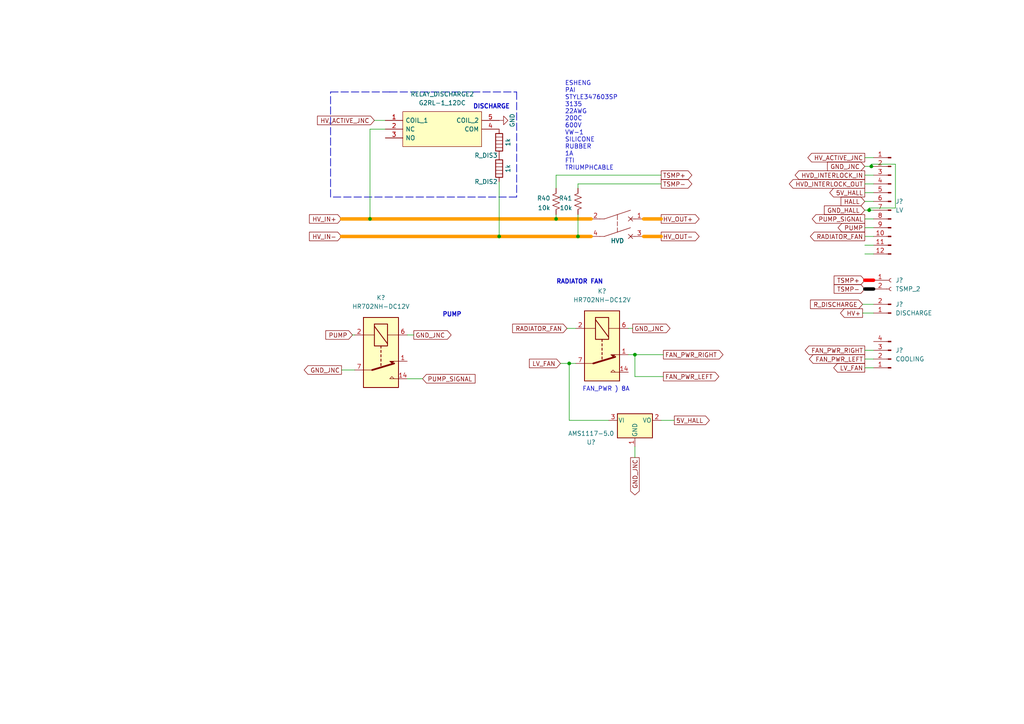
<source format=kicad_sch>
(kicad_sch (version 20211123) (generator eeschema)

  (uuid 7c790b85-3190-4d10-8ca5-7cfa6716b333)

  (paper "A4")

  (lib_symbols
    (symbol "Connector:Conn_01x02_Female" (pin_names (offset 1.016) hide) (in_bom yes) (on_board yes)
      (property "Reference" "J" (id 0) (at 0 2.54 0)
        (effects (font (size 1.27 1.27)))
      )
      (property "Value" "Conn_01x02_Female" (id 1) (at 0 -5.08 0)
        (effects (font (size 1.27 1.27)))
      )
      (property "Footprint" "" (id 2) (at 0 0 0)
        (effects (font (size 1.27 1.27)) hide)
      )
      (property "Datasheet" "~" (id 3) (at 0 0 0)
        (effects (font (size 1.27 1.27)) hide)
      )
      (property "ki_keywords" "connector" (id 4) (at 0 0 0)
        (effects (font (size 1.27 1.27)) hide)
      )
      (property "ki_description" "Generic connector, single row, 01x02, script generated (kicad-library-utils/schlib/autogen/connector/)" (id 5) (at 0 0 0)
        (effects (font (size 1.27 1.27)) hide)
      )
      (property "ki_fp_filters" "Connector*:*_1x??_*" (id 6) (at 0 0 0)
        (effects (font (size 1.27 1.27)) hide)
      )
      (symbol "Conn_01x02_Female_1_1"
        (arc (start 0 -2.032) (mid -0.508 -2.54) (end 0 -3.048)
          (stroke (width 0.1524) (type default) (color 0 0 0 0))
          (fill (type none))
        )
        (polyline
          (pts
            (xy -1.27 -2.54)
            (xy -0.508 -2.54)
          )
          (stroke (width 0.1524) (type default) (color 0 0 0 0))
          (fill (type none))
        )
        (polyline
          (pts
            (xy -1.27 0)
            (xy -0.508 0)
          )
          (stroke (width 0.1524) (type default) (color 0 0 0 0))
          (fill (type none))
        )
        (arc (start 0 0.508) (mid -0.508 0) (end 0 -0.508)
          (stroke (width 0.1524) (type default) (color 0 0 0 0))
          (fill (type none))
        )
        (pin passive line (at -5.08 0 0) (length 3.81)
          (name "Pin_1" (effects (font (size 1.27 1.27))))
          (number "1" (effects (font (size 1.27 1.27))))
        )
        (pin passive line (at -5.08 -2.54 0) (length 3.81)
          (name "Pin_2" (effects (font (size 1.27 1.27))))
          (number "2" (effects (font (size 1.27 1.27))))
        )
      )
    )
    (symbol "Connector:Conn_01x02_Male" (pin_names (offset 1.016) hide) (in_bom yes) (on_board yes)
      (property "Reference" "J" (id 0) (at 0 2.54 0)
        (effects (font (size 1.27 1.27)))
      )
      (property "Value" "Conn_01x02_Male" (id 1) (at 0 -5.08 0)
        (effects (font (size 1.27 1.27)))
      )
      (property "Footprint" "" (id 2) (at 0 0 0)
        (effects (font (size 1.27 1.27)) hide)
      )
      (property "Datasheet" "~" (id 3) (at 0 0 0)
        (effects (font (size 1.27 1.27)) hide)
      )
      (property "ki_keywords" "connector" (id 4) (at 0 0 0)
        (effects (font (size 1.27 1.27)) hide)
      )
      (property "ki_description" "Generic connector, single row, 01x02, script generated (kicad-library-utils/schlib/autogen/connector/)" (id 5) (at 0 0 0)
        (effects (font (size 1.27 1.27)) hide)
      )
      (property "ki_fp_filters" "Connector*:*_1x??_*" (id 6) (at 0 0 0)
        (effects (font (size 1.27 1.27)) hide)
      )
      (symbol "Conn_01x02_Male_1_1"
        (polyline
          (pts
            (xy 1.27 -2.54)
            (xy 0.8636 -2.54)
          )
          (stroke (width 0.1524) (type default) (color 0 0 0 0))
          (fill (type none))
        )
        (polyline
          (pts
            (xy 1.27 0)
            (xy 0.8636 0)
          )
          (stroke (width 0.1524) (type default) (color 0 0 0 0))
          (fill (type none))
        )
        (rectangle (start 0.8636 -2.413) (end 0 -2.667)
          (stroke (width 0.1524) (type default) (color 0 0 0 0))
          (fill (type outline))
        )
        (rectangle (start 0.8636 0.127) (end 0 -0.127)
          (stroke (width 0.1524) (type default) (color 0 0 0 0))
          (fill (type outline))
        )
        (pin passive line (at 5.08 0 180) (length 3.81)
          (name "Pin_1" (effects (font (size 1.27 1.27))))
          (number "1" (effects (font (size 1.27 1.27))))
        )
        (pin passive line (at 5.08 -2.54 180) (length 3.81)
          (name "Pin_2" (effects (font (size 1.27 1.27))))
          (number "2" (effects (font (size 1.27 1.27))))
        )
      )
    )
    (symbol "Connector:Conn_01x04_Male" (pin_names (offset 1.016) hide) (in_bom yes) (on_board yes)
      (property "Reference" "J" (id 0) (at 0 5.08 0)
        (effects (font (size 1.27 1.27)))
      )
      (property "Value" "Conn_01x04_Male" (id 1) (at 0 -7.62 0)
        (effects (font (size 1.27 1.27)))
      )
      (property "Footprint" "" (id 2) (at 0 0 0)
        (effects (font (size 1.27 1.27)) hide)
      )
      (property "Datasheet" "~" (id 3) (at 0 0 0)
        (effects (font (size 1.27 1.27)) hide)
      )
      (property "ki_keywords" "connector" (id 4) (at 0 0 0)
        (effects (font (size 1.27 1.27)) hide)
      )
      (property "ki_description" "Generic connector, single row, 01x04, script generated (kicad-library-utils/schlib/autogen/connector/)" (id 5) (at 0 0 0)
        (effects (font (size 1.27 1.27)) hide)
      )
      (property "ki_fp_filters" "Connector*:*_1x??_*" (id 6) (at 0 0 0)
        (effects (font (size 1.27 1.27)) hide)
      )
      (symbol "Conn_01x04_Male_1_1"
        (polyline
          (pts
            (xy 1.27 -5.08)
            (xy 0.8636 -5.08)
          )
          (stroke (width 0.1524) (type default) (color 0 0 0 0))
          (fill (type none))
        )
        (polyline
          (pts
            (xy 1.27 -2.54)
            (xy 0.8636 -2.54)
          )
          (stroke (width 0.1524) (type default) (color 0 0 0 0))
          (fill (type none))
        )
        (polyline
          (pts
            (xy 1.27 0)
            (xy 0.8636 0)
          )
          (stroke (width 0.1524) (type default) (color 0 0 0 0))
          (fill (type none))
        )
        (polyline
          (pts
            (xy 1.27 2.54)
            (xy 0.8636 2.54)
          )
          (stroke (width 0.1524) (type default) (color 0 0 0 0))
          (fill (type none))
        )
        (rectangle (start 0.8636 -4.953) (end 0 -5.207)
          (stroke (width 0.1524) (type default) (color 0 0 0 0))
          (fill (type outline))
        )
        (rectangle (start 0.8636 -2.413) (end 0 -2.667)
          (stroke (width 0.1524) (type default) (color 0 0 0 0))
          (fill (type outline))
        )
        (rectangle (start 0.8636 0.127) (end 0 -0.127)
          (stroke (width 0.1524) (type default) (color 0 0 0 0))
          (fill (type outline))
        )
        (rectangle (start 0.8636 2.667) (end 0 2.413)
          (stroke (width 0.1524) (type default) (color 0 0 0 0))
          (fill (type outline))
        )
        (pin passive line (at 5.08 2.54 180) (length 3.81)
          (name "Pin_1" (effects (font (size 1.27 1.27))))
          (number "1" (effects (font (size 1.27 1.27))))
        )
        (pin passive line (at 5.08 0 180) (length 3.81)
          (name "Pin_2" (effects (font (size 1.27 1.27))))
          (number "2" (effects (font (size 1.27 1.27))))
        )
        (pin passive line (at 5.08 -2.54 180) (length 3.81)
          (name "Pin_3" (effects (font (size 1.27 1.27))))
          (number "3" (effects (font (size 1.27 1.27))))
        )
        (pin passive line (at 5.08 -5.08 180) (length 3.81)
          (name "Pin_4" (effects (font (size 1.27 1.27))))
          (number "4" (effects (font (size 1.27 1.27))))
        )
      )
    )
    (symbol "Connector:Conn_01x12_Male" (pin_names (offset 1.016) hide) (in_bom yes) (on_board yes)
      (property "Reference" "J" (id 0) (at 0 15.24 0)
        (effects (font (size 1.27 1.27)))
      )
      (property "Value" "Conn_01x12_Male" (id 1) (at 0 -17.78 0)
        (effects (font (size 1.27 1.27)))
      )
      (property "Footprint" "" (id 2) (at 0 0 0)
        (effects (font (size 1.27 1.27)) hide)
      )
      (property "Datasheet" "~" (id 3) (at 0 0 0)
        (effects (font (size 1.27 1.27)) hide)
      )
      (property "ki_keywords" "connector" (id 4) (at 0 0 0)
        (effects (font (size 1.27 1.27)) hide)
      )
      (property "ki_description" "Generic connector, single row, 01x12, script generated (kicad-library-utils/schlib/autogen/connector/)" (id 5) (at 0 0 0)
        (effects (font (size 1.27 1.27)) hide)
      )
      (property "ki_fp_filters" "Connector*:*_1x??_*" (id 6) (at 0 0 0)
        (effects (font (size 1.27 1.27)) hide)
      )
      (symbol "Conn_01x12_Male_1_1"
        (polyline
          (pts
            (xy 1.27 -15.24)
            (xy 0.8636 -15.24)
          )
          (stroke (width 0.1524) (type default) (color 0 0 0 0))
          (fill (type none))
        )
        (polyline
          (pts
            (xy 1.27 -12.7)
            (xy 0.8636 -12.7)
          )
          (stroke (width 0.1524) (type default) (color 0 0 0 0))
          (fill (type none))
        )
        (polyline
          (pts
            (xy 1.27 -10.16)
            (xy 0.8636 -10.16)
          )
          (stroke (width 0.1524) (type default) (color 0 0 0 0))
          (fill (type none))
        )
        (polyline
          (pts
            (xy 1.27 -7.62)
            (xy 0.8636 -7.62)
          )
          (stroke (width 0.1524) (type default) (color 0 0 0 0))
          (fill (type none))
        )
        (polyline
          (pts
            (xy 1.27 -5.08)
            (xy 0.8636 -5.08)
          )
          (stroke (width 0.1524) (type default) (color 0 0 0 0))
          (fill (type none))
        )
        (polyline
          (pts
            (xy 1.27 -2.54)
            (xy 0.8636 -2.54)
          )
          (stroke (width 0.1524) (type default) (color 0 0 0 0))
          (fill (type none))
        )
        (polyline
          (pts
            (xy 1.27 0)
            (xy 0.8636 0)
          )
          (stroke (width 0.1524) (type default) (color 0 0 0 0))
          (fill (type none))
        )
        (polyline
          (pts
            (xy 1.27 2.54)
            (xy 0.8636 2.54)
          )
          (stroke (width 0.1524) (type default) (color 0 0 0 0))
          (fill (type none))
        )
        (polyline
          (pts
            (xy 1.27 5.08)
            (xy 0.8636 5.08)
          )
          (stroke (width 0.1524) (type default) (color 0 0 0 0))
          (fill (type none))
        )
        (polyline
          (pts
            (xy 1.27 7.62)
            (xy 0.8636 7.62)
          )
          (stroke (width 0.1524) (type default) (color 0 0 0 0))
          (fill (type none))
        )
        (polyline
          (pts
            (xy 1.27 10.16)
            (xy 0.8636 10.16)
          )
          (stroke (width 0.1524) (type default) (color 0 0 0 0))
          (fill (type none))
        )
        (polyline
          (pts
            (xy 1.27 12.7)
            (xy 0.8636 12.7)
          )
          (stroke (width 0.1524) (type default) (color 0 0 0 0))
          (fill (type none))
        )
        (rectangle (start 0.8636 -15.113) (end 0 -15.367)
          (stroke (width 0.1524) (type default) (color 0 0 0 0))
          (fill (type outline))
        )
        (rectangle (start 0.8636 -12.573) (end 0 -12.827)
          (stroke (width 0.1524) (type default) (color 0 0 0 0))
          (fill (type outline))
        )
        (rectangle (start 0.8636 -10.033) (end 0 -10.287)
          (stroke (width 0.1524) (type default) (color 0 0 0 0))
          (fill (type outline))
        )
        (rectangle (start 0.8636 -7.493) (end 0 -7.747)
          (stroke (width 0.1524) (type default) (color 0 0 0 0))
          (fill (type outline))
        )
        (rectangle (start 0.8636 -4.953) (end 0 -5.207)
          (stroke (width 0.1524) (type default) (color 0 0 0 0))
          (fill (type outline))
        )
        (rectangle (start 0.8636 -2.413) (end 0 -2.667)
          (stroke (width 0.1524) (type default) (color 0 0 0 0))
          (fill (type outline))
        )
        (rectangle (start 0.8636 0.127) (end 0 -0.127)
          (stroke (width 0.1524) (type default) (color 0 0 0 0))
          (fill (type outline))
        )
        (rectangle (start 0.8636 2.667) (end 0 2.413)
          (stroke (width 0.1524) (type default) (color 0 0 0 0))
          (fill (type outline))
        )
        (rectangle (start 0.8636 5.207) (end 0 4.953)
          (stroke (width 0.1524) (type default) (color 0 0 0 0))
          (fill (type outline))
        )
        (rectangle (start 0.8636 7.747) (end 0 7.493)
          (stroke (width 0.1524) (type default) (color 0 0 0 0))
          (fill (type outline))
        )
        (rectangle (start 0.8636 10.287) (end 0 10.033)
          (stroke (width 0.1524) (type default) (color 0 0 0 0))
          (fill (type outline))
        )
        (rectangle (start 0.8636 12.827) (end 0 12.573)
          (stroke (width 0.1524) (type default) (color 0 0 0 0))
          (fill (type outline))
        )
        (pin passive line (at 5.08 12.7 180) (length 3.81)
          (name "Pin_1" (effects (font (size 1.27 1.27))))
          (number "1" (effects (font (size 1.27 1.27))))
        )
        (pin passive line (at 5.08 -10.16 180) (length 3.81)
          (name "Pin_10" (effects (font (size 1.27 1.27))))
          (number "10" (effects (font (size 1.27 1.27))))
        )
        (pin passive line (at 5.08 -12.7 180) (length 3.81)
          (name "Pin_11" (effects (font (size 1.27 1.27))))
          (number "11" (effects (font (size 1.27 1.27))))
        )
        (pin passive line (at 5.08 -15.24 180) (length 3.81)
          (name "Pin_12" (effects (font (size 1.27 1.27))))
          (number "12" (effects (font (size 1.27 1.27))))
        )
        (pin passive line (at 5.08 10.16 180) (length 3.81)
          (name "Pin_2" (effects (font (size 1.27 1.27))))
          (number "2" (effects (font (size 1.27 1.27))))
        )
        (pin passive line (at 5.08 7.62 180) (length 3.81)
          (name "Pin_3" (effects (font (size 1.27 1.27))))
          (number "3" (effects (font (size 1.27 1.27))))
        )
        (pin passive line (at 5.08 5.08 180) (length 3.81)
          (name "Pin_4" (effects (font (size 1.27 1.27))))
          (number "4" (effects (font (size 1.27 1.27))))
        )
        (pin passive line (at 5.08 2.54 180) (length 3.81)
          (name "Pin_5" (effects (font (size 1.27 1.27))))
          (number "5" (effects (font (size 1.27 1.27))))
        )
        (pin passive line (at 5.08 0 180) (length 3.81)
          (name "Pin_6" (effects (font (size 1.27 1.27))))
          (number "6" (effects (font (size 1.27 1.27))))
        )
        (pin passive line (at 5.08 -2.54 180) (length 3.81)
          (name "Pin_7" (effects (font (size 1.27 1.27))))
          (number "7" (effects (font (size 1.27 1.27))))
        )
        (pin passive line (at 5.08 -5.08 180) (length 3.81)
          (name "Pin_8" (effects (font (size 1.27 1.27))))
          (number "8" (effects (font (size 1.27 1.27))))
        )
        (pin passive line (at 5.08 -7.62 180) (length 3.81)
          (name "Pin_9" (effects (font (size 1.27 1.27))))
          (number "9" (effects (font (size 1.27 1.27))))
        )
      )
    )
    (symbol "Device:CircuitBreaker_2P" (in_bom yes) (on_board yes)
      (property "Reference" "CB" (id 0) (at 3.81 0 0)
        (effects (font (size 1.27 1.27)) (justify left))
      )
      (property "Value" "CircuitBreaker_2P" (id 1) (at 3.81 2.54 0)
        (effects (font (size 1.27 1.27)) (justify left))
      )
      (property "Footprint" "" (id 2) (at -2.54 0 0)
        (effects (font (size 1.27 1.27)) hide)
      )
      (property "Datasheet" "~" (id 3) (at -2.54 0 0)
        (effects (font (size 1.27 1.27)) hide)
      )
      (property "ki_keywords" "CB 2P" (id 4) (at 0 0 0)
        (effects (font (size 1.27 1.27)) hide)
      )
      (property "ki_description" "Double pole circuit breaker" (id 5) (at 0 0 0)
        (effects (font (size 1.27 1.27)) hide)
      )
      (symbol "CircuitBreaker_2P_0_1"
        (polyline
          (pts
            (xy -3.81 0)
            (xy -2.286 0)
          )
          (stroke (width 0) (type default) (color 0 0 0 0))
          (fill (type none))
        )
        (polyline
          (pts
            (xy -2.54 -3.81)
            (xy -5.08 3.81)
          )
          (stroke (width 0) (type default) (color 0 0 0 0))
          (fill (type none))
        )
        (polyline
          (pts
            (xy -1.778 0)
            (xy -0.508 0)
          )
          (stroke (width 0) (type default) (color 0 0 0 0))
          (fill (type none))
        )
        (polyline
          (pts
            (xy 0 0)
            (xy 1.27 0)
          )
          (stroke (width 0) (type default) (color 0 0 0 0))
          (fill (type none))
        )
        (polyline
          (pts
            (xy 2.54 -5.08)
            (xy 2.54 -3.81)
          )
          (stroke (width 0) (type default) (color 0 0 0 0))
          (fill (type none))
        )
        (polyline
          (pts
            (xy 2.54 -3.81)
            (xy 0 3.81)
          )
          (stroke (width 0) (type default) (color 0 0 0 0))
          (fill (type none))
        )
      )
      (symbol "CircuitBreaker_2P_1_1"
        (polyline
          (pts
            (xy -3.175 4.445)
            (xy -1.905 3.175)
          )
          (stroke (width 0) (type default) (color 0 0 0 0))
          (fill (type none))
        )
        (polyline
          (pts
            (xy -2.54 -3.81)
            (xy -2.54 -5.08)
          )
          (stroke (width 0) (type default) (color 0 0 0 0))
          (fill (type none))
        )
        (polyline
          (pts
            (xy -2.54 5.08)
            (xy -2.54 3.81)
          )
          (stroke (width 0) (type default) (color 0 0 0 0))
          (fill (type none))
        )
        (polyline
          (pts
            (xy -1.905 4.445)
            (xy -3.175 3.175)
          )
          (stroke (width 0) (type default) (color 0 0 0 0))
          (fill (type none))
        )
        (polyline
          (pts
            (xy 1.905 4.445)
            (xy 3.175 3.175)
          )
          (stroke (width 0) (type default) (color 0 0 0 0))
          (fill (type none))
        )
        (polyline
          (pts
            (xy 2.54 5.08)
            (xy 2.54 3.81)
          )
          (stroke (width 0) (type default) (color 0 0 0 0))
          (fill (type none))
        )
        (polyline
          (pts
            (xy 3.175 4.445)
            (xy 1.905 3.175)
          )
          (stroke (width 0) (type default) (color 0 0 0 0))
          (fill (type none))
        )
        (pin passive line (at -2.54 7.62 270) (length 2.54)
          (name "~" (effects (font (size 1.27 1.27))))
          (number "1" (effects (font (size 1.27 1.27))))
        )
        (pin passive line (at -2.54 -7.62 90) (length 2.54)
          (name "~" (effects (font (size 1.27 1.27))))
          (number "2" (effects (font (size 1.27 1.27))))
        )
        (pin passive line (at 2.54 7.62 270) (length 2.54)
          (name "~" (effects (font (size 1.27 1.27))))
          (number "3" (effects (font (size 1.27 1.27))))
        )
        (pin passive line (at 2.54 -7.62 90) (length 2.54)
          (name "~" (effects (font (size 1.27 1.27))))
          (number "4" (effects (font (size 1.27 1.27))))
        )
      )
    )
    (symbol "Device:Heater" (pin_numbers hide) (pin_names (offset 0)) (in_bom yes) (on_board yes)
      (property "Reference" "R" (id 0) (at 2.032 0 90)
        (effects (font (size 1.27 1.27)))
      )
      (property "Value" "Heater" (id 1) (at -2.032 0 90)
        (effects (font (size 1.27 1.27)))
      )
      (property "Footprint" "" (id 2) (at -1.778 0 90)
        (effects (font (size 1.27 1.27)) hide)
      )
      (property "Datasheet" "~" (id 3) (at 0 0 0)
        (effects (font (size 1.27 1.27)) hide)
      )
      (property "ki_keywords" "heater R resistor" (id 4) (at 0 0 0)
        (effects (font (size 1.27 1.27)) hide)
      )
      (property "ki_description" "Resistive heater" (id 5) (at 0 0 0)
        (effects (font (size 1.27 1.27)) hide)
      )
      (symbol "Heater_0_1"
        (rectangle (start -1.016 -2.54) (end 1.016 2.54)
          (stroke (width 0.254) (type default) (color 0 0 0 0))
          (fill (type none))
        )
        (polyline
          (pts
            (xy -1.016 1.524)
            (xy 1.016 1.524)
          )
          (stroke (width 0) (type default) (color 0 0 0 0))
          (fill (type none))
        )
        (polyline
          (pts
            (xy 1.016 -1.524)
            (xy -1.016 -1.524)
          )
          (stroke (width 0) (type default) (color 0 0 0 0))
          (fill (type none))
        )
        (polyline
          (pts
            (xy 1.016 -0.508)
            (xy -1.016 -0.508)
          )
          (stroke (width 0) (type default) (color 0 0 0 0))
          (fill (type none))
        )
        (polyline
          (pts
            (xy 1.016 0.508)
            (xy -1.016 0.508)
          )
          (stroke (width 0) (type default) (color 0 0 0 0))
          (fill (type none))
        )
      )
      (symbol "Heater_1_1"
        (pin passive line (at 0 3.81 270) (length 1.27)
          (name "~" (effects (font (size 1.27 1.27))))
          (number "1" (effects (font (size 1.27 1.27))))
        )
        (pin passive line (at 0 -3.81 90) (length 1.27)
          (name "~" (effects (font (size 1.27 1.27))))
          (number "2" (effects (font (size 1.27 1.27))))
        )
      )
    )
    (symbol "Device:R_US" (pin_numbers hide) (pin_names (offset 0)) (in_bom yes) (on_board yes)
      (property "Reference" "R" (id 0) (at 2.54 0 90)
        (effects (font (size 1.27 1.27)))
      )
      (property "Value" "R_US" (id 1) (at -2.54 0 90)
        (effects (font (size 1.27 1.27)))
      )
      (property "Footprint" "" (id 2) (at 1.016 -0.254 90)
        (effects (font (size 1.27 1.27)) hide)
      )
      (property "Datasheet" "~" (id 3) (at 0 0 0)
        (effects (font (size 1.27 1.27)) hide)
      )
      (property "ki_keywords" "R res resistor" (id 4) (at 0 0 0)
        (effects (font (size 1.27 1.27)) hide)
      )
      (property "ki_description" "Resistor, US symbol" (id 5) (at 0 0 0)
        (effects (font (size 1.27 1.27)) hide)
      )
      (property "ki_fp_filters" "R_*" (id 6) (at 0 0 0)
        (effects (font (size 1.27 1.27)) hide)
      )
      (symbol "R_US_0_1"
        (polyline
          (pts
            (xy 0 -2.286)
            (xy 0 -2.54)
          )
          (stroke (width 0) (type default) (color 0 0 0 0))
          (fill (type none))
        )
        (polyline
          (pts
            (xy 0 2.286)
            (xy 0 2.54)
          )
          (stroke (width 0) (type default) (color 0 0 0 0))
          (fill (type none))
        )
        (polyline
          (pts
            (xy 0 -0.762)
            (xy 1.016 -1.143)
            (xy 0 -1.524)
            (xy -1.016 -1.905)
            (xy 0 -2.286)
          )
          (stroke (width 0) (type default) (color 0 0 0 0))
          (fill (type none))
        )
        (polyline
          (pts
            (xy 0 0.762)
            (xy 1.016 0.381)
            (xy 0 0)
            (xy -1.016 -0.381)
            (xy 0 -0.762)
          )
          (stroke (width 0) (type default) (color 0 0 0 0))
          (fill (type none))
        )
        (polyline
          (pts
            (xy 0 2.286)
            (xy 1.016 1.905)
            (xy 0 1.524)
            (xy -1.016 1.143)
            (xy 0 0.762)
          )
          (stroke (width 0) (type default) (color 0 0 0 0))
          (fill (type none))
        )
      )
      (symbol "R_US_1_1"
        (pin passive line (at 0 3.81 270) (length 1.27)
          (name "~" (effects (font (size 1.27 1.27))))
          (number "1" (effects (font (size 1.27 1.27))))
        )
        (pin passive line (at 0 -3.81 90) (length 1.27)
          (name "~" (effects (font (size 1.27 1.27))))
          (number "2" (effects (font (size 1.27 1.27))))
        )
      )
    )
    (symbol "G2RL-1_12DC:G2RL-1_12DC" (pin_names (offset 0.762)) (in_bom yes) (on_board yes)
      (property "Reference" "K" (id 0) (at 29.21 7.62 0)
        (effects (font (size 1.27 1.27)) (justify left))
      )
      (property "Value" "G2RL-1_12DC" (id 1) (at 29.21 5.08 0)
        (effects (font (size 1.27 1.27)) (justify left))
      )
      (property "Footprint" "G2RL112DC" (id 2) (at 29.21 2.54 0)
        (effects (font (size 1.27 1.27)) (justify left) hide)
      )
      (property "Datasheet" "http://uk.rs-online.com/web/p/products/3650490P" (id 3) (at 29.21 0 0)
        (effects (font (size 1.27 1.27)) (justify left) hide)
      )
      (property "Description" "General Purpose Relay, G2RL Series, Power, Non Latching, SPDT, 12 VDC, 12 A RoHS Compliant: Yes" (id 4) (at 29.21 -2.54 0)
        (effects (font (size 1.27 1.27)) (justify left) hide)
      )
      (property "Height" "15.7" (id 5) (at 29.21 -5.08 0)
        (effects (font (size 1.27 1.27)) (justify left) hide)
      )
      (property "Manufacturer_Name" "Omron Electronics" (id 6) (at 29.21 -7.62 0)
        (effects (font (size 1.27 1.27)) (justify left) hide)
      )
      (property "Manufacturer_Part_Number" "G2RL-1 12DC" (id 7) (at 29.21 -10.16 0)
        (effects (font (size 1.27 1.27)) (justify left) hide)
      )
      (property "Mouser Part Number" "" (id 8) (at 29.21 -12.7 0)
        (effects (font (size 1.27 1.27)) (justify left) hide)
      )
      (property "Mouser Price/Stock" "" (id 9) (at 29.21 -15.24 0)
        (effects (font (size 1.27 1.27)) (justify left) hide)
      )
      (property "Arrow Part Number" "" (id 10) (at 29.21 -17.78 0)
        (effects (font (size 1.27 1.27)) (justify left) hide)
      )
      (property "Arrow Price/Stock" "" (id 11) (at 29.21 -20.32 0)
        (effects (font (size 1.27 1.27)) (justify left) hide)
      )
      (property "ki_description" "General Purpose Relay, G2RL Series, Power, Non Latching, SPDT, 12 VDC, 12 A RoHS Compliant: Yes" (id 12) (at 0 0 0)
        (effects (font (size 1.27 1.27)) hide)
      )
      (symbol "G2RL-1_12DC_0_0"
        (pin passive line (at 0 0 0) (length 5.08)
          (name "COIL_1" (effects (font (size 1.27 1.27))))
          (number "1" (effects (font (size 1.27 1.27))))
        )
        (pin passive line (at 0 -2.54 0) (length 5.08)
          (name "NC" (effects (font (size 1.27 1.27))))
          (number "2" (effects (font (size 1.27 1.27))))
        )
        (pin passive line (at 0 -5.08 0) (length 5.08)
          (name "NO" (effects (font (size 1.27 1.27))))
          (number "3" (effects (font (size 1.27 1.27))))
        )
        (pin passive line (at 33.02 -2.54 180) (length 5.08)
          (name "COM" (effects (font (size 1.27 1.27))))
          (number "4" (effects (font (size 1.27 1.27))))
        )
        (pin passive line (at 33.02 0 180) (length 5.08)
          (name "COIL_2" (effects (font (size 1.27 1.27))))
          (number "5" (effects (font (size 1.27 1.27))))
        )
      )
      (symbol "G2RL-1_12DC_0_1"
        (polyline
          (pts
            (xy 5.08 2.54)
            (xy 27.94 2.54)
            (xy 27.94 -7.62)
            (xy 5.08 -7.62)
            (xy 5.08 2.54)
          )
          (stroke (width 0.1524) (type default) (color 0 0 0 0))
          (fill (type background))
        )
      )
    )
    (symbol "Regulator_Linear:AMS1117-5.0" (pin_names (offset 0.254)) (in_bom yes) (on_board yes)
      (property "Reference" "U" (id 0) (at -3.81 3.175 0)
        (effects (font (size 1.27 1.27)))
      )
      (property "Value" "AMS1117-5.0" (id 1) (at 0 3.175 0)
        (effects (font (size 1.27 1.27)) (justify left))
      )
      (property "Footprint" "Package_TO_SOT_SMD:SOT-223-3_TabPin2" (id 2) (at 0 5.08 0)
        (effects (font (size 1.27 1.27)) hide)
      )
      (property "Datasheet" "http://www.advanced-monolithic.com/pdf/ds1117.pdf" (id 3) (at 2.54 -6.35 0)
        (effects (font (size 1.27 1.27)) hide)
      )
      (property "ki_keywords" "linear regulator ldo fixed positive" (id 4) (at 0 0 0)
        (effects (font (size 1.27 1.27)) hide)
      )
      (property "ki_description" "1A Low Dropout regulator, positive, 5.0V fixed output, SOT-223" (id 5) (at 0 0 0)
        (effects (font (size 1.27 1.27)) hide)
      )
      (property "ki_fp_filters" "SOT?223*TabPin2*" (id 6) (at 0 0 0)
        (effects (font (size 1.27 1.27)) hide)
      )
      (symbol "AMS1117-5.0_0_1"
        (rectangle (start -5.08 -5.08) (end 5.08 1.905)
          (stroke (width 0.254) (type default) (color 0 0 0 0))
          (fill (type background))
        )
      )
      (symbol "AMS1117-5.0_1_1"
        (pin power_in line (at 0 -7.62 90) (length 2.54)
          (name "GND" (effects (font (size 1.27 1.27))))
          (number "1" (effects (font (size 1.27 1.27))))
        )
        (pin power_out line (at 7.62 0 180) (length 2.54)
          (name "VO" (effects (font (size 1.27 1.27))))
          (number "2" (effects (font (size 1.27 1.27))))
        )
        (pin power_in line (at -7.62 0 0) (length 2.54)
          (name "VI" (effects (font (size 1.27 1.27))))
          (number "3" (effects (font (size 1.27 1.27))))
        )
      )
    )
    (symbol "Relay:DIPxx-1Cxx-51x" (in_bom yes) (on_board yes)
      (property "Reference" "K" (id 0) (at 11.43 3.81 0)
        (effects (font (size 1.27 1.27)) (justify left))
      )
      (property "Value" "DIPxx-1Cxx-51x" (id 1) (at 11.43 1.27 0)
        (effects (font (size 1.27 1.27)) (justify left))
      )
      (property "Footprint" "Relay_THT:Relay_StandexMeder_DIP_LowProfile" (id 2) (at 11.43 -1.27 0)
        (effects (font (size 1.27 1.27)) (justify left) hide)
      )
      (property "Datasheet" "https://standexelectronics.com/wp-content/uploads/datasheet_reed_relay_DIP.pdf" (id 3) (at 0 0 0)
        (effects (font (size 1.27 1.27)) hide)
      )
      (property "ki_keywords" "Single Pole Reed Relay SPDT" (id 4) (at 0 0 0)
        (effects (font (size 1.27 1.27)) hide)
      )
      (property "ki_description" "Standex Meder DIP reed relay, SPDT" (id 5) (at 0 0 0)
        (effects (font (size 1.27 1.27)) hide)
      )
      (property "ki_fp_filters" "Relay*StandexMeder*DIP*LowProfile*" (id 6) (at 0 0 0)
        (effects (font (size 1.27 1.27)) hide)
      )
      (symbol "DIPxx-1Cxx-51x_0_0"
        (polyline
          (pts
            (xy 2.54 5.08)
            (xy 2.54 2.54)
            (xy 3.175 3.175)
            (xy 2.54 3.81)
          )
          (stroke (width 0) (type default) (color 0 0 0 0))
          (fill (type outline))
        )
        (polyline
          (pts
            (xy 7.62 5.08)
            (xy 7.62 2.54)
            (xy 6.985 3.175)
            (xy 7.62 3.81)
          )
          (stroke (width 0) (type default) (color 0 0 0 0))
          (fill (type none))
        )
      )
      (symbol "DIPxx-1Cxx-51x_0_1"
        (rectangle (start -10.16 5.08) (end 10.16 -5.08)
          (stroke (width 0.254) (type default) (color 0 0 0 0))
          (fill (type background))
        )
        (rectangle (start -8.255 1.905) (end -1.905 -1.905)
          (stroke (width 0.254) (type default) (color 0 0 0 0))
          (fill (type none))
        )
        (polyline
          (pts
            (xy -7.62 -1.905)
            (xy -2.54 1.905)
          )
          (stroke (width 0.254) (type default) (color 0 0 0 0))
          (fill (type none))
        )
        (polyline
          (pts
            (xy -5.08 -5.08)
            (xy -5.08 -1.905)
          )
          (stroke (width 0) (type default) (color 0 0 0 0))
          (fill (type none))
        )
        (polyline
          (pts
            (xy -5.08 5.08)
            (xy -5.08 1.905)
          )
          (stroke (width 0) (type default) (color 0 0 0 0))
          (fill (type none))
        )
        (polyline
          (pts
            (xy -1.905 0)
            (xy -1.27 0)
          )
          (stroke (width 0.254) (type default) (color 0 0 0 0))
          (fill (type none))
        )
        (polyline
          (pts
            (xy -0.635 0)
            (xy 0 0)
          )
          (stroke (width 0.254) (type default) (color 0 0 0 0))
          (fill (type none))
        )
        (polyline
          (pts
            (xy 0.635 0)
            (xy 1.27 0)
          )
          (stroke (width 0.254) (type default) (color 0 0 0 0))
          (fill (type none))
        )
        (polyline
          (pts
            (xy 1.905 0)
            (xy 2.54 0)
          )
          (stroke (width 0.254) (type default) (color 0 0 0 0))
          (fill (type none))
        )
        (polyline
          (pts
            (xy 3.175 0)
            (xy 3.81 0)
          )
          (stroke (width 0.254) (type default) (color 0 0 0 0))
          (fill (type none))
        )
        (polyline
          (pts
            (xy 5.08 -2.54)
            (xy 3.175 3.81)
          )
          (stroke (width 0.508) (type default) (color 0 0 0 0))
          (fill (type none))
        )
        (polyline
          (pts
            (xy 5.08 -2.54)
            (xy 5.08 -5.08)
          )
          (stroke (width 0) (type default) (color 0 0 0 0))
          (fill (type none))
        )
      )
      (symbol "DIPxx-1Cxx-51x_1_1"
        (pin passive line (at 2.54 7.62 270) (length 2.54)
          (name "~" (effects (font (size 1.27 1.27))))
          (number "1" (effects (font (size 1.27 1.27))))
        )
        (pin passive line (at 7.62 7.62 270) (length 2.54)
          (name "~" (effects (font (size 1.27 1.27))))
          (number "14" (effects (font (size 1.27 1.27))))
        )
        (pin passive line (at -5.08 -7.62 90) (length 2.54)
          (name "~" (effects (font (size 1.27 1.27))))
          (number "2" (effects (font (size 1.27 1.27))))
        )
        (pin passive line (at -5.08 7.62 270) (length 2.54)
          (name "~" (effects (font (size 1.27 1.27))))
          (number "6" (effects (font (size 1.27 1.27))))
        )
        (pin passive line (at 5.08 -7.62 90) (length 2.54)
          (name "~" (effects (font (size 1.27 1.27))))
          (number "7" (effects (font (size 1.27 1.27))))
        )
        (pin passive line (at 5.08 -7.62 90) (length 2.54) hide
          (name "~" (effects (font (size 1.27 1.27))))
          (number "8" (effects (font (size 1.27 1.27))))
        )
      )
    )
    (symbol "power:GND" (power) (pin_names (offset 0)) (in_bom yes) (on_board yes)
      (property "Reference" "#PWR" (id 0) (at 0 -6.35 0)
        (effects (font (size 1.27 1.27)) hide)
      )
      (property "Value" "GND" (id 1) (at 0 -3.81 0)
        (effects (font (size 1.27 1.27)))
      )
      (property "Footprint" "" (id 2) (at 0 0 0)
        (effects (font (size 1.27 1.27)) hide)
      )
      (property "Datasheet" "" (id 3) (at 0 0 0)
        (effects (font (size 1.27 1.27)) hide)
      )
      (property "ki_keywords" "power-flag" (id 4) (at 0 0 0)
        (effects (font (size 1.27 1.27)) hide)
      )
      (property "ki_description" "Power symbol creates a global label with name \"GND\" , ground" (id 5) (at 0 0 0)
        (effects (font (size 1.27 1.27)) hide)
      )
      (symbol "GND_0_1"
        (polyline
          (pts
            (xy 0 0)
            (xy 0 -1.27)
            (xy 1.27 -1.27)
            (xy 0 -2.54)
            (xy -1.27 -1.27)
            (xy 0 -1.27)
          )
          (stroke (width 0) (type default) (color 0 0 0 0))
          (fill (type none))
        )
      )
      (symbol "GND_1_1"
        (pin power_in line (at 0 0 270) (length 0) hide
          (name "GND" (effects (font (size 1.27 1.27))))
          (number "1" (effects (font (size 1.27 1.27))))
        )
      )
    )
  )

  (junction (at 161.29 63.5) (diameter 0) (color 0 0 0 0)
    (uuid 0a93cab7-c879-4985-bba8-e015e667b85c)
  )
  (junction (at 252.73 48.26) (diameter 0) (color 0 0 0 0)
    (uuid 206f67ea-2082-4d4b-be27-64e6097a6a62)
  )
  (junction (at 165.1 105.41) (diameter 0) (color 0 0 0 0)
    (uuid 21d3cc0e-7b12-432f-9071-d62d740e53bd)
  )
  (junction (at 167.64 68.58) (diameter 0) (color 0 0 0 0)
    (uuid 42c63baa-8d09-4908-99d1-342203c1e15e)
  )
  (junction (at 107.315 63.5) (diameter 0) (color 0 0 0 0)
    (uuid 65d1f092-783b-48ec-be22-5f1221a75e8c)
  )
  (junction (at 252.095 60.96) (diameter 0) (color 0 0 0 0)
    (uuid 6ae806af-4508-4a37-818b-f6058a51ce53)
  )
  (junction (at 144.78 68.58) (diameter 0) (color 0 0 0 0)
    (uuid 7f34e40c-fec0-479d-8eeb-a863abda8ead)
  )
  (junction (at 184.15 102.87) (diameter 0) (color 0 0 0 0)
    (uuid f4b40907-1264-48bf-abea-8f3d2569bd34)
  )

  (wire (pts (xy 161.29 62.23) (xy 161.29 63.5))
    (stroke (width 0) (type default) (color 0 0 0 0))
    (uuid 028a3b02-5f96-46f2-91a9-76d6c9bc70ff)
  )
  (wire (pts (xy 165.1 121.92) (xy 176.53 121.92))
    (stroke (width 0) (type default) (color 0 0 0 0))
    (uuid 02ed5ab7-b148-462c-b5f1-b7fc465dc8ce)
  )
  (wire (pts (xy 182.245 102.87) (xy 184.15 102.87))
    (stroke (width 0) (type default) (color 0 0 0 0))
    (uuid 04ae9ffc-7b7c-4a88-995a-71bf7ae60293)
  )
  (wire (pts (xy 252.73 47.625) (xy 259.715 47.625))
    (stroke (width 0) (type default) (color 0 0 0 0))
    (uuid 04c99385-04bd-42fa-85be-876732204496)
  )
  (wire (pts (xy 250.825 73.66) (xy 253.365 73.66))
    (stroke (width 0) (type default) (color 0 0 0 0))
    (uuid 0716478a-f390-4f9c-bbd1-39bda0034674)
  )
  (wire (pts (xy 167.64 53.34) (xy 191.77 53.34))
    (stroke (width 0) (type default) (color 0 0 0 0))
    (uuid 0c383621-f3ff-4a7e-88e9-3bf825c770f4)
  )
  (wire (pts (xy 250.825 60.96) (xy 252.095 60.96))
    (stroke (width 0) (type default) (color 0 0 0 0))
    (uuid 150fa63e-d740-4def-9942-19ffaac119e8)
  )
  (wire (pts (xy 250.825 63.5) (xy 253.365 63.5))
    (stroke (width 0) (type default) (color 0 0 0 0))
    (uuid 16404009-5af1-4f16-96ae-85772d751b45)
  )
  (wire (pts (xy 167.64 62.23) (xy 167.64 68.58))
    (stroke (width 0) (type default) (color 0 0 0 0))
    (uuid 1a95fdad-f904-4e41-b6f2-df9ae02a62b2)
  )
  (wire (pts (xy 259.715 47.625) (xy 259.715 60.325))
    (stroke (width 0) (type default) (color 0 0 0 0))
    (uuid 200272e5-2fab-465f-a8ac-6a0d6fa8a18d)
  )
  (wire (pts (xy 107.315 37.465) (xy 107.315 63.5))
    (stroke (width 0) (type default) (color 0 0 0 0))
    (uuid 274255f1-5d04-4069-81a9-4474ad9b85d6)
  )
  (wire (pts (xy 184.15 129.54) (xy 184.15 132.715))
    (stroke (width 0) (type default) (color 0 0 0 0))
    (uuid 2e81721f-2153-44f7-b087-e2a2fcda9442)
  )
  (wire (pts (xy 162.56 105.41) (xy 165.1 105.41))
    (stroke (width 0) (type default) (color 0 0 0 0))
    (uuid 30af4b51-c80f-4979-aa21-d58dc80833ec)
  )
  (wire (pts (xy 252.095 60.325) (xy 252.095 60.96))
    (stroke (width 0) (type default) (color 0 0 0 0))
    (uuid 39a3515c-c632-4a53-9153-fa30c4201cfa)
  )
  (wire (pts (xy 250.825 71.12) (xy 253.365 71.12))
    (stroke (width 0) (type default) (color 0 0 0 0))
    (uuid 3a081ddd-332f-4574-bd70-52af3da4b7e7)
  )
  (wire (pts (xy 186.69 68.58) (xy 191.77 68.58))
    (stroke (width 1) (type default) (color 255 153 0 1))
    (uuid 3e7cbfe8-0bbc-4482-8b8e-fe8487138386)
  )
  (wire (pts (xy 250.825 45.72) (xy 253.365 45.72))
    (stroke (width 0) (type default) (color 0 0 0 0))
    (uuid 3fa7959f-78dc-4b34-9576-c9977ea82e5b)
  )
  (polyline (pts (xy 149.86 26.67) (xy 149.86 57.15))
    (stroke (width 0.2) (type default) (color 0 0 0 0))
    (uuid 464d960f-a1db-4fe7-bd1b-632d20be1a40)
  )

  (wire (pts (xy 167.64 68.58) (xy 171.45 68.58))
    (stroke (width 1) (type default) (color 255 153 0 1))
    (uuid 47171442-9f13-4460-a37e-9c6f9a1aeccb)
  )
  (wire (pts (xy 164.465 95.25) (xy 167.005 95.25))
    (stroke (width 0) (type default) (color 0 0 0 0))
    (uuid 48666efa-4064-4870-ad8b-120e3f401494)
  )
  (wire (pts (xy 252.73 48.26) (xy 252.73 47.625))
    (stroke (width 0) (type default) (color 0 0 0 0))
    (uuid 492c8d73-bb7a-4758-a1dc-534b5102a526)
  )
  (polyline (pts (xy 149.86 57.15) (xy 95.885 57.15))
    (stroke (width 0.2) (type default) (color 0 0 0 0))
    (uuid 56b3d79e-8524-4990-b53c-8b76a1ff9ee3)
  )

  (wire (pts (xy 191.77 121.92) (xy 195.58 121.92))
    (stroke (width 0) (type default) (color 0 0 0 0))
    (uuid 59551e55-821e-4ffd-a4f0-9e2bfc6c6956)
  )
  (wire (pts (xy 259.715 60.325) (xy 252.095 60.325))
    (stroke (width 0) (type default) (color 0 0 0 0))
    (uuid 60242f36-35dc-4e8d-bfa0-c328ebc7186d)
  )
  (wire (pts (xy 250.825 106.68) (xy 253.365 106.68))
    (stroke (width 0) (type default) (color 0 0 0 0))
    (uuid 614e1fc6-fb83-4fbe-addb-e79a018dda6f)
  )
  (wire (pts (xy 184.15 102.87) (xy 192.405 102.87))
    (stroke (width 0) (type default) (color 0 0 0 0))
    (uuid 66c3e203-af93-4815-a07f-59936f5066ad)
  )
  (wire (pts (xy 118.11 97.155) (xy 120.015 97.155))
    (stroke (width 0) (type default) (color 0 0 0 0))
    (uuid 682ec67e-4f51-4af4-bf5d-c94b028bfb47)
  )
  (wire (pts (xy 250.825 53.34) (xy 253.365 53.34))
    (stroke (width 0) (type default) (color 0 0 0 0))
    (uuid 69dfa356-e1e6-48a0-9ee4-fbd34d72000c)
  )
  (polyline (pts (xy 113.03 26.67) (xy 149.86 26.67))
    (stroke (width 0.2) (type default) (color 0 0 0 0))
    (uuid 6c7c62f6-8bf0-4930-a92c-534652aa27af)
  )

  (wire (pts (xy 250.825 50.8) (xy 253.365 50.8))
    (stroke (width 0) (type default) (color 0 0 0 0))
    (uuid 6c8179ae-2207-4125-be15-f24fe934236e)
  )
  (wire (pts (xy 161.29 50.8) (xy 161.29 54.61))
    (stroke (width 0) (type default) (color 0 0 0 0))
    (uuid 6eb2c3cb-56da-4554-a91c-86171b2a437b)
  )
  (wire (pts (xy 165.1 105.41) (xy 165.1 121.92))
    (stroke (width 0) (type default) (color 0 0 0 0))
    (uuid 7982e75a-1828-4a98-9d5f-72f0ae818076)
  )
  (wire (pts (xy 184.15 109.22) (xy 192.405 109.22))
    (stroke (width 0) (type default) (color 0 0 0 0))
    (uuid 7ab8f6c5-1530-403e-a6ab-2b4f716a4f9f)
  )
  (wire (pts (xy 161.29 63.5) (xy 171.45 63.5))
    (stroke (width 1) (type default) (color 255 153 0 1))
    (uuid 7e1a685b-ba4b-4ec9-af86-5c69221cbe43)
  )
  (wire (pts (xy 167.64 53.34) (xy 167.64 54.61))
    (stroke (width 0) (type default) (color 0 0 0 0))
    (uuid 7e578259-b6cc-4a98-915c-121a3af322a2)
  )
  (wire (pts (xy 250.19 90.805) (xy 253.365 90.805))
    (stroke (width 0) (type default) (color 0 0 0 0))
    (uuid 86015606-377f-4600-b3ff-df13aed9397d)
  )
  (wire (pts (xy 191.77 50.8) (xy 161.29 50.8))
    (stroke (width 0) (type default) (color 0 0 0 0))
    (uuid 8c61a85f-46b7-487b-b931-8f4cc0cfda42)
  )
  (wire (pts (xy 250.19 88.265) (xy 253.365 88.265))
    (stroke (width 0) (type default) (color 0 0 0 0))
    (uuid 8f59acb8-8893-4c39-b9e3-263c7888c098)
  )
  (wire (pts (xy 250.825 104.14) (xy 253.365 104.14))
    (stroke (width 0) (type default) (color 0 0 0 0))
    (uuid 97c0cf55-8864-4830-b6f6-74533ad9e917)
  )
  (wire (pts (xy 107.315 63.5) (xy 161.29 63.5))
    (stroke (width 1) (type default) (color 255 153 0 1))
    (uuid 9bbb7259-d208-40c0-b4d2-9a9f7432d44b)
  )
  (wire (pts (xy 186.69 63.5) (xy 191.77 63.5))
    (stroke (width 1) (type default) (color 255 153 0 1))
    (uuid a557ec9c-976e-4818-8654-40feb932bdd3)
  )
  (wire (pts (xy 165.1 105.41) (xy 167.005 105.41))
    (stroke (width 0) (type default) (color 0 0 0 0))
    (uuid a7afc932-9a1e-400e-9541-69a61e712144)
  )
  (wire (pts (xy 111.76 37.465) (xy 107.315 37.465))
    (stroke (width 0) (type default) (color 0 0 0 0))
    (uuid ab566c27-39de-4e9d-bc85-0172da922a27)
  )
  (wire (pts (xy 250.825 55.88) (xy 253.365 55.88))
    (stroke (width 0) (type default) (color 0 0 0 0))
    (uuid af74cf0e-b007-455f-8e17-3cd0d2366f6a)
  )
  (wire (pts (xy 99.06 63.5) (xy 107.315 63.5))
    (stroke (width 1) (type default) (color 255 153 0 1))
    (uuid b1b628e8-a5a4-4902-96ee-bbe12092cdf7)
  )
  (wire (pts (xy 252.73 48.26) (xy 253.365 48.26))
    (stroke (width 0) (type default) (color 0 0 0 0))
    (uuid b529602b-6f37-485d-9d6e-9d8ab9171856)
  )
  (wire (pts (xy 102.87 97.155) (xy 102.235 97.155))
    (stroke (width 0) (type default) (color 0 0 0 0))
    (uuid b83d423a-9f0a-4ecc-9b7a-22afc763fd94)
  )
  (wire (pts (xy 144.78 52.705) (xy 144.78 68.58))
    (stroke (width 0) (type default) (color 0 0 0 0))
    (uuid bdf7f53c-c519-4d61-9e40-18a819f1f522)
  )
  (wire (pts (xy 183.515 95.25) (xy 182.245 95.25))
    (stroke (width 0) (type default) (color 0 0 0 0))
    (uuid c4eef9e0-15b0-493a-a8d9-888b8886fcb9)
  )
  (wire (pts (xy 250.825 81.28) (xy 253.365 81.28))
    (stroke (width 1) (type default) (color 255 0 0 1))
    (uuid ca018d2b-7de3-448b-98e6-226d7d03376f)
  )
  (wire (pts (xy 118.11 109.855) (xy 122.555 109.855))
    (stroke (width 0) (type default) (color 0 0 0 0))
    (uuid cf723846-53a0-4505-b07f-e68537b416ef)
  )
  (polyline (pts (xy 95.885 57.15) (xy 95.885 26.67))
    (stroke (width 0.2) (type default) (color 0 0 0 0))
    (uuid d2a04440-2c31-43d0-942e-3bcb31e3690f)
  )

  (wire (pts (xy 250.825 66.04) (xy 253.365 66.04))
    (stroke (width 0) (type default) (color 0 0 0 0))
    (uuid d38bd023-5fed-4b83-a1d7-e2c93c749fe8)
  )
  (wire (pts (xy 99.06 68.58) (xy 144.78 68.58))
    (stroke (width 1) (type default) (color 255 153 0 1))
    (uuid db1a3512-6c01-4e83-9a03-d1465e9e17d2)
  )
  (wire (pts (xy 252.095 60.96) (xy 253.365 60.96))
    (stroke (width 0) (type default) (color 0 0 0 0))
    (uuid df5dc085-2c1d-4986-b2aa-6e97f69d9b96)
  )
  (wire (pts (xy 250.825 48.26) (xy 252.73 48.26))
    (stroke (width 0) (type default) (color 0 0 0 0))
    (uuid e0250af7-086d-4022-8470-4e47967f3479)
  )
  (wire (pts (xy 250.825 101.6) (xy 253.365 101.6))
    (stroke (width 0) (type default) (color 0 0 0 0))
    (uuid e1709be3-4620-453a-b45d-cc558dad3d41)
  )
  (polyline (pts (xy 95.885 26.67) (xy 113.03 26.67))
    (stroke (width 0.2) (type default) (color 0 0 0 0))
    (uuid e4316269-a038-43ef-accd-3fee9eae28e2)
  )

  (wire (pts (xy 99.06 107.315) (xy 102.87 107.315))
    (stroke (width 0) (type default) (color 0 0 0 0))
    (uuid e47cff9b-b135-4be1-86ed-4b5a84321a51)
  )
  (wire (pts (xy 111.76 34.925) (xy 108.585 34.925))
    (stroke (width 0) (type default) (color 0 0 0 0))
    (uuid e4c553e1-1b7c-468c-9a48-05bd02711b5c)
  )
  (wire (pts (xy 184.15 102.87) (xy 184.15 109.22))
    (stroke (width 0) (type default) (color 0 0 0 0))
    (uuid e5be1816-d46a-4604-b7dc-cbccfa88935e)
  )
  (wire (pts (xy 250.825 83.82) (xy 253.365 83.82))
    (stroke (width 1) (type default) (color 0 0 0 1))
    (uuid f3c7f25d-6cb0-414d-8d14-714ee582df87)
  )
  (wire (pts (xy 144.78 68.58) (xy 167.64 68.58))
    (stroke (width 1) (type default) (color 255 153 0 1))
    (uuid fa784567-54e2-4d51-90ef-b143549adefe)
  )
  (wire (pts (xy 250.825 58.42) (xy 253.365 58.42))
    (stroke (width 0) (type default) (color 0 0 0 0))
    (uuid ff4e2005-e8b0-453f-8e35-061e2c1c75c2)
  )
  (wire (pts (xy 250.825 68.58) (xy 253.365 68.58))
    (stroke (width 0) (type default) (color 0 0 0 0))
    (uuid ffae36a3-e3df-449f-a75e-bfe7ae9bfa53)
  )

  (text "ESHENG\nPAI\nSTYLE347603SP\n3135\n22AWG\n200C\n600V\nVW-1\nSILICONE\nRUBBER\n1A\nFTI\nTRIUMPHCABLE"
    (at 163.83 49.53 0)
    (effects (font (size 1.27 1.27)) (justify left bottom))
    (uuid 2e51b1a3-73d7-4906-a9fd-5e28facdb0a9)
  )
  (text "PUMP\n" (at 128.27 92.075 0)
    (effects (font (size 1.27 1.27) (thickness 0.254) bold) (justify left bottom))
    (uuid 69a547e2-52f5-4dbc-b965-7336ea7ee87a)
  )
  (text "RADIATOR FAN\n" (at 161.29 82.55 0)
    (effects (font (size 1.27 1.27) (thickness 0.254) bold) (justify left bottom))
    (uuid 94feaaac-d1b2-4452-a694-94e713a52005)
  )
  (text "DISCHARGE" (at 137.16 31.75 0)
    (effects (font (size 1.27 1.27) (thickness 0.254) bold) (justify left bottom))
    (uuid d3e5693a-a7df-42e3-b5a5-e42c0ff1981a)
  )
  (text "FAN_PWR ) 8A" (at 168.91 113.665 0)
    (effects (font (size 1.27 1.27)) (justify left bottom))
    (uuid fa3e1396-11a9-43b6-bbec-c57cf4a06a40)
  )

  (global_label "GND_JNC" (shape output) (at 184.15 132.715 270) (fields_autoplaced)
    (effects (font (size 1.27 1.27)) (justify right))
    (uuid 03cd07bd-49f5-43bb-901d-fd8a4b8c0340)
    (property "Intersheet References" "${INTERSHEET_REFS}" (id 0) (at 184.2294 143.5343 90)
      (effects (font (size 1.27 1.27)) (justify right) hide)
    )
  )
  (global_label "HV_ACTIVE_JNC" (shape output) (at 250.825 45.72 180) (fields_autoplaced)
    (effects (font (size 1.27 1.27)) (justify right))
    (uuid 04786ce6-24c1-4a4d-8b3e-0746f0654cc8)
    (property "Intersheet References" "${INTERSHEET_REFS}" (id 0) (at 234.3209 45.7994 0)
      (effects (font (size 1.27 1.27)) (justify right) hide)
    )
  )
  (global_label "FAN_PWR_LEFT" (shape output) (at 192.405 109.22 0) (fields_autoplaced)
    (effects (font (size 1.27 1.27)) (justify left))
    (uuid 0ee45dfc-a8dc-43e8-8bcc-2bb4fa36b371)
    (property "Intersheet References" "${INTERSHEET_REFS}" (id 0) (at 208.4857 109.1406 0)
      (effects (font (size 1.27 1.27)) (justify left) hide)
    )
  )
  (global_label "PUMP_SIGNAL" (shape output) (at 250.825 63.5 180) (fields_autoplaced)
    (effects (font (size 1.27 1.27)) (justify right))
    (uuid 170bc79a-f2e5-456d-b097-cba67d006143)
    (property "Intersheet References" "${INTERSHEET_REFS}" (id 0) (at 235.5909 63.4206 0)
      (effects (font (size 1.27 1.27)) (justify right) hide)
    )
  )
  (global_label "LV_FAN" (shape input) (at 162.56 105.41 180) (fields_autoplaced)
    (effects (font (size 1.27 1.27)) (justify right))
    (uuid 1ce05f89-c5ce-4405-89eb-acd5725fea58)
    (property "Intersheet References" "${INTERSHEET_REFS}" (id 0) (at 153.555 105.3306 0)
      (effects (font (size 1.27 1.27)) (justify right) hide)
    )
  )
  (global_label "GND_JNC" (shape output) (at 99.06 107.315 180) (fields_autoplaced)
    (effects (font (size 1.27 1.27)) (justify right))
    (uuid 1e647c91-0496-43ca-b546-8ce67f002fee)
    (property "Intersheet References" "${INTERSHEET_REFS}" (id 0) (at 88.2407 107.3944 0)
      (effects (font (size 1.27 1.27)) (justify right) hide)
    )
  )
  (global_label "HVD_INTERLOCK_IN" (shape output) (at 250.825 50.8 180) (fields_autoplaced)
    (effects (font (size 1.27 1.27)) (justify right))
    (uuid 1ef0d2cd-a60e-449c-8aa1-04923a005c6b)
    (property "Intersheet References" "${INTERSHEET_REFS}" (id 0) (at 230.6319 50.7206 0)
      (effects (font (size 1.27 1.27)) (justify right) hide)
    )
  )
  (global_label "5V_HALL" (shape output) (at 195.58 121.92 0) (fields_autoplaced)
    (effects (font (size 1.27 1.27)) (justify left))
    (uuid 343d530e-1d49-4aa5-86e2-641431e26609)
    (property "Intersheet References" "${INTERSHEET_REFS}" (id 0) (at 205.7341 121.8406 0)
      (effects (font (size 1.27 1.27)) (justify left) hide)
    )
  )
  (global_label "HV_OUT-" (shape output) (at 191.77 68.58 0) (fields_autoplaced)
    (effects (font (size 1.27 1.27)) (justify left))
    (uuid 3ac6636e-1cf3-4c09-8268-2e402cb5f10b)
    (property "Intersheet References" "${INTERSHEET_REFS}" (id 0) (at 202.7707 68.5006 0)
      (effects (font (size 1.27 1.27)) (justify left) hide)
    )
  )
  (global_label "TSMP+" (shape output) (at 191.77 50.8 0) (fields_autoplaced)
    (effects (font (size 1.27 1.27)) (justify left))
    (uuid 449947d5-ea27-4097-8407-c06cea583880)
    (property "Intersheet References" "${INTERSHEET_REFS}" (id 0) (at 200.6541 50.7206 0)
      (effects (font (size 1.27 1.27)) (justify left) hide)
    )
  )
  (global_label "TSMP+" (shape input) (at 250.825 81.28 180) (fields_autoplaced)
    (effects (font (size 1.27 1.27)) (justify right))
    (uuid 4b73829f-db21-4e55-80e0-05a5d4cc8e09)
    (property "Intersheet References" "${INTERSHEET_REFS}" (id 0) (at 241.9409 81.2006 0)
      (effects (font (size 1.27 1.27)) (justify right) hide)
    )
  )
  (global_label "HV_OUT+" (shape output) (at 191.77 63.5 0) (fields_autoplaced)
    (effects (font (size 1.27 1.27)) (justify left))
    (uuid 4ff02c85-c86a-4112-8339-16eede21f359)
    (property "Intersheet References" "${INTERSHEET_REFS}" (id 0) (at 202.7707 63.4206 0)
      (effects (font (size 1.27 1.27)) (justify left) hide)
    )
  )
  (global_label "PUMP" (shape output) (at 250.825 66.04 180) (fields_autoplaced)
    (effects (font (size 1.27 1.27)) (justify right))
    (uuid 54bd86f3-8d73-42d2-aac9-988c10f1fe2c)
    (property "Intersheet References" "${INTERSHEET_REFS}" (id 0) (at 243.09 65.9606 0)
      (effects (font (size 1.27 1.27)) (justify right) hide)
    )
  )
  (global_label "RADIATOR_FAN" (shape output) (at 250.825 68.58 180) (fields_autoplaced)
    (effects (font (size 1.27 1.27)) (justify right))
    (uuid 619595a8-d4e5-4c21-b4b0-c68e0d0139bc)
    (property "Intersheet References" "${INTERSHEET_REFS}" (id 0) (at 235.0467 68.5006 0)
      (effects (font (size 1.27 1.27)) (justify right) hide)
    )
  )
  (global_label "GND_JNC" (shape output) (at 120.015 97.155 0) (fields_autoplaced)
    (effects (font (size 1.27 1.27)) (justify left))
    (uuid 65a639e5-c736-43a6-8db9-81adf98a1cab)
    (property "Intersheet References" "${INTERSHEET_REFS}" (id 0) (at 130.8343 97.0756 0)
      (effects (font (size 1.27 1.27)) (justify left) hide)
    )
  )
  (global_label "HV_IN+" (shape input) (at 99.06 63.5 180) (fields_autoplaced)
    (effects (font (size 1.27 1.27)) (justify right))
    (uuid 68d0b13a-8843-4cb3-a070-ce5049345614)
    (property "Intersheet References" "${INTERSHEET_REFS}" (id 0) (at 89.7526 63.4206 0)
      (effects (font (size 1.27 1.27)) (justify right) hide)
    )
  )
  (global_label "PUMP_SIGNAL" (shape input) (at 122.555 109.855 0) (fields_autoplaced)
    (effects (font (size 1.27 1.27)) (justify left))
    (uuid 6a9fbde5-1fff-4189-a44a-437478d32569)
    (property "Intersheet References" "${INTERSHEET_REFS}" (id 0) (at 137.7891 109.7756 0)
      (effects (font (size 1.27 1.27)) (justify left) hide)
    )
  )
  (global_label "GND_JNC" (shape output) (at 183.515 95.25 0) (fields_autoplaced)
    (effects (font (size 1.27 1.27)) (justify left))
    (uuid 6d76e423-a76e-4e24-8063-fd85cd0ebaac)
    (property "Intersheet References" "${INTERSHEET_REFS}" (id 0) (at 194.3343 95.1706 0)
      (effects (font (size 1.27 1.27)) (justify left) hide)
    )
  )
  (global_label "GND_HALL" (shape input) (at 250.825 60.96 180) (fields_autoplaced)
    (effects (font (size 1.27 1.27)) (justify right))
    (uuid 6e3624df-f1d8-4df9-adf9-a9c8c7fb44c1)
    (property "Intersheet References" "${INTERSHEET_REFS}" (id 0) (at 239.0986 60.8806 0)
      (effects (font (size 1.27 1.27)) (justify right) hide)
    )
  )
  (global_label "TSMP-" (shape output) (at 191.77 53.34 0) (fields_autoplaced)
    (effects (font (size 1.27 1.27)) (justify left))
    (uuid 75fac385-9f0d-4502-96ba-3c8109916c5a)
    (property "Intersheet References" "${INTERSHEET_REFS}" (id 0) (at 200.6541 53.2606 0)
      (effects (font (size 1.27 1.27)) (justify left) hide)
    )
  )
  (global_label "R_DISCHARGE" (shape input) (at 250.19 88.265 180) (fields_autoplaced)
    (effects (font (size 1.27 1.27)) (justify right))
    (uuid 78e78f76-0f4d-4666-b7f2-f2afb04ed474)
    (property "Intersheet References" "${INTERSHEET_REFS}" (id 0) (at 235.0769 88.1856 0)
      (effects (font (size 1.27 1.27)) (justify right) hide)
    )
  )
  (global_label "5V_HALL" (shape output) (at 250.825 55.88 180) (fields_autoplaced)
    (effects (font (size 1.27 1.27)) (justify right))
    (uuid 7a79a790-9739-4034-b2ed-626478be11b5)
    (property "Intersheet References" "${INTERSHEET_REFS}" (id 0) (at 240.6709 55.8006 0)
      (effects (font (size 1.27 1.27)) (justify right) hide)
    )
  )
  (global_label "PUMP" (shape input) (at 102.235 97.155 180) (fields_autoplaced)
    (effects (font (size 1.27 1.27)) (justify right))
    (uuid 840485fc-20d1-4543-bb10-9113c33bbef4)
    (property "Intersheet References" "${INTERSHEET_REFS}" (id 0) (at 94.5 97.0756 0)
      (effects (font (size 1.27 1.27)) (justify right) hide)
    )
  )
  (global_label "TSMP-" (shape input) (at 250.825 83.82 180) (fields_autoplaced)
    (effects (font (size 1.27 1.27)) (justify right))
    (uuid 8408c4e0-06eb-440b-bf98-62a656eae2eb)
    (property "Intersheet References" "${INTERSHEET_REFS}" (id 0) (at 241.9409 83.7406 0)
      (effects (font (size 1.27 1.27)) (justify right) hide)
    )
  )
  (global_label "HV+" (shape output) (at 250.19 90.805 180) (fields_autoplaced)
    (effects (font (size 1.27 1.27)) (justify right))
    (uuid 922f9180-bfef-48ec-a627-b306fa933063)
    (property "Intersheet References" "${INTERSHEET_REFS}" (id 0) (at 243.7855 90.7256 0)
      (effects (font (size 1.27 1.27)) (justify right) hide)
    )
  )
  (global_label "FAN_PWR_RIGHT" (shape output) (at 192.405 102.87 0) (fields_autoplaced)
    (effects (font (size 1.27 1.27)) (justify left))
    (uuid 995d7164-8f63-4002-87b9-8ab89d0b3286)
    (property "Intersheet References" "${INTERSHEET_REFS}" (id 0) (at 209.6952 102.7906 0)
      (effects (font (size 1.27 1.27)) (justify left) hide)
    )
  )
  (global_label "HVD_INTERLOCK_OUT" (shape output) (at 250.825 53.34 180) (fields_autoplaced)
    (effects (font (size 1.27 1.27)) (justify right))
    (uuid a3436aa2-36b3-461e-82da-462d36a90cb5)
    (property "Intersheet References" "${INTERSHEET_REFS}" (id 0) (at 228.9386 53.4194 0)
      (effects (font (size 1.27 1.27)) (justify right) hide)
    )
  )
  (global_label "FAN_PWR_RIGHT" (shape output) (at 250.825 101.6 180) (fields_autoplaced)
    (effects (font (size 1.27 1.27)) (justify right))
    (uuid a8db4e8f-57fd-43ff-85a2-c43a0ac203cb)
    (property "Intersheet References" "${INTERSHEET_REFS}" (id 0) (at 233.5348 101.6794 0)
      (effects (font (size 1.27 1.27)) (justify right) hide)
    )
  )
  (global_label "RADIATOR_FAN" (shape input) (at 164.465 95.25 180) (fields_autoplaced)
    (effects (font (size 1.27 1.27)) (justify right))
    (uuid af4c8265-dad5-4f5b-ae70-a1be06ddc853)
    (property "Intersheet References" "${INTERSHEET_REFS}" (id 0) (at 148.6867 95.1706 0)
      (effects (font (size 1.27 1.27)) (justify right) hide)
    )
  )
  (global_label "FAN_PWR_LEFT" (shape output) (at 250.825 104.14 180) (fields_autoplaced)
    (effects (font (size 1.27 1.27)) (justify right))
    (uuid bed197e4-9c19-4d19-bf74-e707b72551b8)
    (property "Intersheet References" "${INTERSHEET_REFS}" (id 0) (at 234.7443 104.2194 0)
      (effects (font (size 1.27 1.27)) (justify right) hide)
    )
  )
  (global_label "HV_IN-" (shape input) (at 99.06 68.58 180) (fields_autoplaced)
    (effects (font (size 1.27 1.27)) (justify right))
    (uuid c6aa845e-a587-4a66-9a00-c01dc180fea6)
    (property "Intersheet References" "${INTERSHEET_REFS}" (id 0) (at 89.7526 68.5006 0)
      (effects (font (size 1.27 1.27)) (justify right) hide)
    )
  )
  (global_label "HALL" (shape input) (at 250.825 58.42 180) (fields_autoplaced)
    (effects (font (size 1.27 1.27)) (justify right))
    (uuid cd4930b6-8be4-4565-a63d-07d49d662b26)
    (property "Intersheet References" "${INTERSHEET_REFS}" (id 0) (at 243.9367 58.3406 0)
      (effects (font (size 1.27 1.27)) (justify right) hide)
    )
  )
  (global_label "LV_FAN" (shape output) (at 250.825 106.68 180) (fields_autoplaced)
    (effects (font (size 1.27 1.27)) (justify right))
    (uuid e5bef5a3-95a7-4008-91de-811a9d9d1105)
    (property "Intersheet References" "${INTERSHEET_REFS}" (id 0) (at 241.82 106.6006 0)
      (effects (font (size 1.27 1.27)) (justify right) hide)
    )
  )
  (global_label "HV_ACTIVE_JNC" (shape input) (at 108.585 34.925 180) (fields_autoplaced)
    (effects (font (size 1.27 1.27)) (justify right))
    (uuid e8f4353a-6d42-4a8f-9b6b-b4c57d11a82b)
    (property "Intersheet References" "${INTERSHEET_REFS}" (id 0) (at 92.0809 34.8456 0)
      (effects (font (size 1.27 1.27)) (justify right) hide)
    )
  )
  (global_label "GND_JNC" (shape input) (at 250.825 48.26 180) (fields_autoplaced)
    (effects (font (size 1.27 1.27)) (justify right))
    (uuid f2bd7079-ba6d-46c0-a318-f62409d5a04e)
    (property "Intersheet References" "${INTERSHEET_REFS}" (id 0) (at 240.0057 48.3394 0)
      (effects (font (size 1.27 1.27)) (justify right) hide)
    )
  )

  (symbol (lib_id "Connector:Conn_01x02_Male") (at 258.445 90.805 180) (unit 1)
    (in_bom yes) (on_board yes) (fields_autoplaced)
    (uuid 16487c49-c4ca-427c-87d8-60c678511043)
    (property "Reference" "J?" (id 0) (at 259.715 88.2649 0)
      (effects (font (size 1.27 1.27)) (justify right))
    )
    (property "Value" "DISCHARGE" (id 1) (at 259.715 90.8049 0)
      (effects (font (size 1.27 1.27)) (justify right))
    )
    (property "Footprint" "Connector_Molex:Molex_Micro-Fit_3.0_43650-0215_1x02_P3.00mm_Vertical" (id 2) (at 258.445 90.805 0)
      (effects (font (size 1.27 1.27)) hide)
    )
    (property "Datasheet" "~" (id 3) (at 258.445 90.805 0)
      (effects (font (size 1.27 1.27)) hide)
    )
    (pin "1" (uuid 8b098f56-3af1-4743-863a-ed65b10021aa))
    (pin "2" (uuid a7779c0e-5d6c-4f0f-ae9d-f150c4688e4c))
  )

  (symbol (lib_id "Device:CircuitBreaker_2P") (at 179.07 66.04 270) (unit 1)
    (in_bom yes) (on_board yes)
    (uuid 1c9dd990-af4e-44bf-a4d6-ae3f7bb1495c)
    (property "Reference" "CB2" (id 0) (at 179.07 55.88 90)
      (effects (font (size 1.27 1.27)) hide)
    )
    (property "Value" "HVD" (id 1) (at 179.07 69.85 90)
      (effects (font (size 1.27 1.27) bold))
    )
    (property "Footprint" "" (id 2) (at 179.07 63.5 0)
      (effects (font (size 1.27 1.27)) hide)
    )
    (property "Datasheet" "~" (id 3) (at 179.07 63.5 0)
      (effects (font (size 1.27 1.27)) hide)
    )
    (pin "1" (uuid 4bc7920c-06a9-438e-b51c-7b6835ee60ff))
    (pin "2" (uuid f62e6372-e2b6-49de-878f-6e9013156deb))
    (pin "3" (uuid 35bbfaa6-d37b-4db3-9544-36989db84b2d))
    (pin "4" (uuid 8a0ff2eb-2ea8-44bd-81b4-5b26922f14a9))
  )

  (symbol (lib_id "Connector:Conn_01x02_Female") (at 258.445 81.28 0) (unit 1)
    (in_bom yes) (on_board yes) (fields_autoplaced)
    (uuid 2cdd1b86-400b-4f48-8956-e39fe8ba1e70)
    (property "Reference" "J?" (id 0) (at 259.715 81.2799 0)
      (effects (font (size 1.27 1.27)) (justify left))
    )
    (property "Value" "TSMP_2" (id 1) (at 259.715 83.8199 0)
      (effects (font (size 1.27 1.27)) (justify left))
    )
    (property "Footprint" "Connector_Molex:Molex_Micro-Fit_3.0_43650-0215_1x02_P3.00mm_Vertical" (id 2) (at 258.445 81.28 0)
      (effects (font (size 1.27 1.27)) hide)
    )
    (property "Datasheet" "~" (id 3) (at 258.445 81.28 0)
      (effects (font (size 1.27 1.27)) hide)
    )
    (pin "1" (uuid 520d002b-3447-46e7-bd5b-95572836cd2d))
    (pin "2" (uuid a58ea567-05d1-46ba-831d-a65568d4d994))
  )

  (symbol (lib_id "Device:Heater") (at 144.78 48.895 180) (unit 1)
    (in_bom yes) (on_board yes)
    (uuid 2e485d35-3b67-4b3a-b2a6-cfffbbcf1ea5)
    (property "Reference" "R_DIS2" (id 0) (at 140.97 52.705 0))
    (property "Value" "1k" (id 1) (at 147.32 48.895 90))
    (property "Footprint" "" (id 2) (at 146.558 48.895 90)
      (effects (font (size 1.27 1.27)) hide)
    )
    (property "Datasheet" "~" (id 3) (at 144.78 48.895 0)
      (effects (font (size 1.27 1.27)) hide)
    )
    (pin "1" (uuid 8a0dd8fd-2979-4059-99a5-d769c1232d4e))
    (pin "2" (uuid ea2e3c11-e2b5-4cd3-8691-017aec9c6142))
  )

  (symbol (lib_id "Device:R_US") (at 167.64 58.42 0) (mirror y) (unit 1)
    (in_bom yes) (on_board yes) (fields_autoplaced)
    (uuid 6d3ea4a4-286f-4f81-893e-6f1847d1c185)
    (property "Reference" "R41" (id 0) (at 165.989 57.5115 0)
      (effects (font (size 1.27 1.27)) (justify left))
    )
    (property "Value" "10k" (id 1) (at 165.989 60.2866 0)
      (effects (font (size 1.27 1.27)) (justify left))
    )
    (property "Footprint" "" (id 2) (at 166.624 58.674 90)
      (effects (font (size 1.27 1.27)) hide)
    )
    (property "Datasheet" "~" (id 3) (at 167.64 58.42 0)
      (effects (font (size 1.27 1.27)) hide)
    )
    (pin "1" (uuid 17beae57-b84c-4aad-92ac-03b16f31dd6a))
    (pin "2" (uuid c7319741-b408-4bb7-837f-dc27db33e247))
  )

  (symbol (lib_id "Device:R_US") (at 161.29 58.42 0) (mirror y) (unit 1)
    (in_bom yes) (on_board yes) (fields_autoplaced)
    (uuid 72ae65fe-ef4a-4aa2-8d30-c319f2aa2362)
    (property "Reference" "R40" (id 0) (at 159.639 57.5115 0)
      (effects (font (size 1.27 1.27)) (justify left))
    )
    (property "Value" "10k" (id 1) (at 159.639 60.2866 0)
      (effects (font (size 1.27 1.27)) (justify left))
    )
    (property "Footprint" "" (id 2) (at 160.274 58.674 90)
      (effects (font (size 1.27 1.27)) hide)
    )
    (property "Datasheet" "~" (id 3) (at 161.29 58.42 0)
      (effects (font (size 1.27 1.27)) hide)
    )
    (pin "1" (uuid 2823b368-1bae-4398-979e-12e1dd24ee9a))
    (pin "2" (uuid 02aac07d-7f56-472c-93ea-affa09f89fca))
  )

  (symbol (lib_id "Connector:Conn_01x12_Male") (at 258.445 58.42 0) (mirror y) (unit 1)
    (in_bom yes) (on_board yes) (fields_autoplaced)
    (uuid 76e28b90-2ee4-401a-a310-2b94568fb377)
    (property "Reference" "J?" (id 0) (at 259.715 58.4199 0)
      (effects (font (size 1.27 1.27)) (justify right))
    )
    (property "Value" "LV" (id 1) (at 259.715 60.9599 0)
      (effects (font (size 1.27 1.27)) (justify right))
    )
    (property "Footprint" "Connector_PinHeader_2.54mm:PinHeader_1x12_P2.54mm_Vertical" (id 2) (at 258.445 58.42 0)
      (effects (font (size 1.27 1.27)) hide)
    )
    (property "Datasheet" "~" (id 3) (at 258.445 58.42 0)
      (effects (font (size 1.27 1.27)) hide)
    )
    (pin "1" (uuid a29259be-5076-4787-b276-d2aa5a4d0b3d))
    (pin "10" (uuid a07a445d-3776-46f8-8fd7-52e4d06c2734))
    (pin "11" (uuid 1e1962ad-ec53-4dbc-b234-8404312d9bc0))
    (pin "12" (uuid 26b1dd58-1573-4526-b023-219a95273814))
    (pin "2" (uuid 1df26b5e-2db0-4a9f-978e-d5f8d40f823b))
    (pin "3" (uuid cc76b594-c733-409e-8a30-e37e7c49698c))
    (pin "4" (uuid d6695fa9-493d-467c-8cef-d15963394176))
    (pin "5" (uuid 9062bf22-b999-478c-89a3-c43fc79001d0))
    (pin "6" (uuid b6e9f4bc-b47d-4d07-99d9-9939d4884b69))
    (pin "7" (uuid 5ed59f69-0e49-40d9-a116-3c8961836c70))
    (pin "8" (uuid 6a30dd82-bd30-4faa-8298-4f8139468383))
    (pin "9" (uuid 271e6e51-d664-49ad-993c-ae226baf4ceb))
  )

  (symbol (lib_id "power:GND") (at 144.78 34.925 90) (unit 1)
    (in_bom yes) (on_board yes)
    (uuid 774fc312-641a-4b7a-8846-31bb9308baff)
    (property "Reference" "#PWR011" (id 0) (at 151.13 34.925 0)
      (effects (font (size 1.27 1.27)) hide)
    )
    (property "Value" "GND" (id 1) (at 148.59 34.925 0))
    (property "Footprint" "" (id 2) (at 144.78 34.925 0)
      (effects (font (size 1.27 1.27)) hide)
    )
    (property "Datasheet" "" (id 3) (at 144.78 34.925 0)
      (effects (font (size 1.27 1.27)) hide)
    )
    (pin "1" (uuid cfd6d692-a901-48e0-a2ac-47776cc14ac1))
  )

  (symbol (lib_id "G2RL-1_12DC:G2RL-1_12DC") (at 111.76 34.925 0) (unit 1)
    (in_bom yes) (on_board yes) (fields_autoplaced)
    (uuid 83e0a14f-15bc-419a-bb99-c57df9b9d8fd)
    (property "Reference" "RELAY_DISCHARGE2" (id 0) (at 128.27 27.305 0))
    (property "Value" "G2RL-1_12DC" (id 1) (at 128.27 29.845 0))
    (property "Footprint" "G2RL112DC" (id 2) (at 140.97 32.385 0)
      (effects (font (size 1.27 1.27)) (justify left) hide)
    )
    (property "Datasheet" "http://uk.rs-online.com/web/p/products/3650490P" (id 3) (at 140.97 34.925 0)
      (effects (font (size 1.27 1.27)) (justify left) hide)
    )
    (property "Description" "General Purpose Relay, G2RL Series, Power, Non Latching, SPDT, 12 VDC, 12 A RoHS Compliant: Yes" (id 4) (at 140.97 37.465 0)
      (effects (font (size 1.27 1.27)) (justify left) hide)
    )
    (property "Height" "15.7" (id 5) (at 140.97 40.005 0)
      (effects (font (size 1.27 1.27)) (justify left) hide)
    )
    (property "Manufacturer_Name" "Omron Electronics" (id 6) (at 140.97 42.545 0)
      (effects (font (size 1.27 1.27)) (justify left) hide)
    )
    (property "Manufacturer_Part_Number" "G2RL-1 12DC" (id 7) (at 140.97 45.085 0)
      (effects (font (size 1.27 1.27)) (justify left) hide)
    )
    (property "Mouser Part Number" "" (id 8) (at 140.97 47.625 0)
      (effects (font (size 1.27 1.27)) (justify left) hide)
    )
    (property "Mouser Price/Stock" "" (id 9) (at 140.97 50.165 0)
      (effects (font (size 1.27 1.27)) (justify left) hide)
    )
    (property "Arrow Part Number" "" (id 10) (at 140.97 52.705 0)
      (effects (font (size 1.27 1.27)) (justify left) hide)
    )
    (property "Arrow Price/Stock" "" (id 11) (at 140.97 55.245 0)
      (effects (font (size 1.27 1.27)) (justify left) hide)
    )
    (pin "1" (uuid 35dacff7-a06d-43f9-aebe-43c34594d948))
    (pin "2" (uuid 8a80c47d-65a5-42ef-9a81-307283223a5b))
    (pin "3" (uuid 09352e61-f8e8-4f38-87e3-f4c4ff91165a))
    (pin "4" (uuid 74130294-c99a-454a-8aa6-1ed50be151cd))
    (pin "5" (uuid 3ccebeb6-9de1-4cf5-b327-70cae9a65331))
  )

  (symbol (lib_id "Connector:Conn_01x04_Male") (at 258.445 104.14 180) (unit 1)
    (in_bom yes) (on_board yes) (fields_autoplaced)
    (uuid b730f138-848e-413c-be74-a633116d790f)
    (property "Reference" "J?" (id 0) (at 259.715 101.5999 0)
      (effects (font (size 1.27 1.27)) (justify right))
    )
    (property "Value" "COOLING" (id 1) (at 259.715 104.1399 0)
      (effects (font (size 1.27 1.27)) (justify right))
    )
    (property "Footprint" "Connector_Molex:Molex_Micro-Fit_3.0_43650-0415_1x04_P3.00mm_Vertical" (id 2) (at 258.445 104.14 0)
      (effects (font (size 1.27 1.27)) hide)
    )
    (property "Datasheet" "~" (id 3) (at 258.445 104.14 0)
      (effects (font (size 1.27 1.27)) hide)
    )
    (pin "1" (uuid c7701232-7599-492d-ae05-83e83228729c))
    (pin "2" (uuid 3112cc79-cfe7-4d05-8b8e-26775cccf2ab))
    (pin "3" (uuid 3410ffbf-4b3d-46aa-9735-de55f02b1e2a))
    (pin "4" (uuid f3981d38-6764-4cec-85a2-90d813c6611c))
  )

  (symbol (lib_id "Device:Heater") (at 144.78 41.275 180) (unit 1)
    (in_bom yes) (on_board yes)
    (uuid c0e1a23f-f2f2-4678-9176-6a68cf4715a5)
    (property "Reference" "R_DIS3" (id 0) (at 140.97 45.085 0))
    (property "Value" "1k" (id 1) (at 147.32 41.275 90))
    (property "Footprint" "" (id 2) (at 146.558 41.275 90)
      (effects (font (size 1.27 1.27)) hide)
    )
    (property "Datasheet" "~" (id 3) (at 144.78 41.275 0)
      (effects (font (size 1.27 1.27)) hide)
    )
    (pin "1" (uuid 5cb03e1f-c5b3-411f-9c3e-64b2537c581d))
    (pin "2" (uuid cafa6a06-14b6-4c1f-9905-1e13bcee828d))
  )

  (symbol (lib_id "Regulator_Linear:AMS1117-5.0") (at 184.15 121.92 0) (unit 1)
    (in_bom yes) (on_board yes)
    (uuid e88049bd-2383-4653-94ee-ccbe80b51384)
    (property "Reference" "U?" (id 0) (at 171.45 128.27 0))
    (property "Value" "AMS1117-5.0" (id 1) (at 171.45 125.73 0))
    (property "Footprint" "Goolgle_Drive_Library:AMS1117-5.0" (id 2) (at 184.15 116.84 0)
      (effects (font (size 1.27 1.27)) hide)
    )
    (property "Datasheet" "http://www.advanced-monolithic.com/pdf/ds1117.pdf" (id 3) (at 186.69 128.27 0)
      (effects (font (size 1.27 1.27)) hide)
    )
    (pin "1" (uuid 341dd583-4164-4d11-be98-93710912ff64))
    (pin "2" (uuid c1ed781b-f19f-441c-bd7d-28dd604a03e4))
    (pin "3" (uuid 4b72a8fb-f210-44b8-b853-f2e34ab5dc1d))
  )

  (symbol (lib_id "Relay:DIPxx-1Cxx-51x") (at 174.625 100.33 270) (unit 1)
    (in_bom yes) (on_board yes) (fields_autoplaced)
    (uuid f0fd2133-45b8-4d5b-936b-17a35233ea37)
    (property "Reference" "K?" (id 0) (at 174.625 84.455 90))
    (property "Value" "HR702NH-DC12V" (id 1) (at 174.625 86.995 90))
    (property "Footprint" "Goolgle_Drive_Library:HR702NH-DC12V" (id 2) (at 173.355 111.76 0)
      (effects (font (size 1.27 1.27)) (justify left) hide)
    )
    (property "Datasheet" "https://standexelectronics.com/wp-content/uploads/datasheet_reed_relay_DIP.pdf" (id 3) (at 174.625 100.33 0)
      (effects (font (size 1.27 1.27)) hide)
    )
    (pin "1" (uuid 60eb6fca-a7d7-43d5-9850-dc20b810ea07))
    (pin "14" (uuid 7cbccbd2-7d83-4834-9c92-839a655b0c84))
    (pin "2" (uuid 34369bc5-8b33-4060-9330-435f1e9b1e5b))
    (pin "6" (uuid a0f1eb7d-5100-46c6-9d3e-6632b3030a10))
    (pin "7" (uuid 38cd2f4c-2a2f-4fa3-8719-cc6cb493eac3))
    (pin "8" (uuid 2d294c9e-2ef1-4561-a674-6ba84a9d1985))
  )

  (symbol (lib_id "Relay:DIPxx-1Cxx-51x") (at 110.49 102.235 270) (unit 1)
    (in_bom yes) (on_board yes) (fields_autoplaced)
    (uuid fdf56021-678a-4bcb-9cdc-8bc50399390b)
    (property "Reference" "K?" (id 0) (at 110.49 86.36 90))
    (property "Value" "HR702NH-DC12V" (id 1) (at 110.49 88.9 90))
    (property "Footprint" "Goolgle_Drive_Library:HR702NH-DC12V" (id 2) (at 109.22 113.665 0)
      (effects (font (size 1.27 1.27)) (justify left) hide)
    )
    (property "Datasheet" "https://standexelectronics.com/wp-content/uploads/datasheet_reed_relay_DIP.pdf" (id 3) (at 110.49 102.235 0)
      (effects (font (size 1.27 1.27)) hide)
    )
    (pin "1" (uuid 58dff778-b0c4-4824-b062-5130a93853bd))
    (pin "14" (uuid 02e55b9b-6826-466f-8480-56a4e24448b3))
    (pin "2" (uuid cce5a6cf-227e-4f13-bf5f-13d661b5620c))
    (pin "6" (uuid c040c014-825e-4219-8f51-f7fa00416de4))
    (pin "7" (uuid 5a8dd359-0a61-4fee-b6f9-62e8ebb0d54b))
    (pin "8" (uuid 34d367c4-0256-4361-ad87-272a47f22325))
  )

  (sheet_instances
    (path "/" (page "1"))
    (path "/bd7a4227-de39-4fe2-ac1a-4873d6d64f15" (page "2"))
  )

  (symbol_instances
    (path "/bd7a4227-de39-4fe2-ac1a-4873d6d64f15/3b7dca6e-81f9-4d62-9795-ad8e76031d7c"
      (reference "#PWR06") (unit 1) (value "GND") (footprint "")
    )
    (path "/774fc312-641a-4b7a-8846-31bb9308baff"
      (reference "#PWR011") (unit 1) (value "GND") (footprint "")
    )
    (path "/bd7a4227-de39-4fe2-ac1a-4873d6d64f15/c7abf8d5-2813-48d5-9068-b2e612298dee"
      (reference "C2") (unit 1) (value "1nF") (footprint "")
    )
    (path "/bd7a4227-de39-4fe2-ac1a-4873d6d64f15/2b570201-643b-42cc-864d-52f1952e71d9"
      (reference "C3") (unit 1) (value "1uF") (footprint "")
    )
    (path "/bd7a4227-de39-4fe2-ac1a-4873d6d64f15/32456ffe-a85e-4fff-b62c-2c1a65c4758f"
      (reference "D11") (unit 1) (value "BZV55C12") (footprint "Diode_SMD:D_MiniMELF")
    )
    (path "/bd7a4227-de39-4fe2-ac1a-4873d6d64f15/357d160a-6334-4cca-ad5d-21003c9fe314"
      (reference "D12") (unit 1) (value "BZV55C12") (footprint "Diode_SMD:D_MiniMELF")
    )
    (path "/bc6b08d8-b129-4847-ab84-4e0164d26ccd"
      (reference "J2") (unit 1) (value "TSMP-") (footprint "")
    )
    (path "/c5a83b4c-db77-4eb3-8a52-19fad4265aab"
      (reference "Jw2") (unit 1) (value "TSMP+") (footprint "")
    )
    (path "/bd7a4227-de39-4fe2-ac1a-4873d6d64f15/4c18a907-ca0b-424b-85d0-506d67f17680"
      (reference "PS2") (unit 1) (value "SPAN02A-12") (footprint "SPAN02A12")
    )
    (path "/bd7a4227-de39-4fe2-ac1a-4873d6d64f15/f5827d0f-dc2d-4bec-bdc8-6c3814a586fc"
      (reference "Q2") (unit 1) (value "IRF640") (footprint "")
    )
    (path "/bd7a4227-de39-4fe2-ac1a-4873d6d64f15/2443b21c-0487-4de7-a4a0-52c341614599"
      (reference "Q3") (unit 1) (value "IRF640") (footprint "")
    )
    (path "/bd7a4227-de39-4fe2-ac1a-4873d6d64f15/f2d5dfc2-ca42-4f68-b98e-eb7fa21e968b"
      (reference "Q4") (unit 1) (value "IRF640") (footprint "")
    )
    (path "/bd7a4227-de39-4fe2-ac1a-4873d6d64f15/69e67843-577e-490a-9168-de6395434b4c"
      (reference "R3") (unit 1) (value "4.7M") (footprint "")
    )
    (path "/bd7a4227-de39-4fe2-ac1a-4873d6d64f15/802431a3-c8cd-456c-95b6-088f47217351"
      (reference "R5") (unit 1) (value "4.7M") (footprint "")
    )
    (path "/bd7a4227-de39-4fe2-ac1a-4873d6d64f15/812c62f4-3803-4c2f-abf7-82cf3cf792fa"
      (reference "R6") (unit 1) (value "4.7M") (footprint "")
    )
    (path "/bd7a4227-de39-4fe2-ac1a-4873d6d64f15/6439e0f3-1c4a-4479-ae77-af392e6a3a53"
      (reference "R7") (unit 1) (value "4.7M") (footprint "")
    )
    (path "/bd7a4227-de39-4fe2-ac1a-4873d6d64f15/627ae01b-22b9-4d01-a050-ae20e9c5fb41"
      (reference "R9") (unit 1) (value "1M") (footprint "")
    )
    (path "/bd7a4227-de39-4fe2-ac1a-4873d6d64f15/e3c80c9f-faa3-44eb-b221-6a4a510d2f29"
      (reference "R10") (unit 1) (value "4.7M") (footprint "")
    )
    (path "/bd7a4227-de39-4fe2-ac1a-4873d6d64f15/2153744f-97a8-4378-b914-035af6b5b89f"
      (reference "R11") (unit 1) (value "4.7M") (footprint "")
    )
    (path "/bd7a4227-de39-4fe2-ac1a-4873d6d64f15/00ae1a9e-2f97-43ca-b316-6b2e41593e6b"
      (reference "R12") (unit 1) (value "4.7M") (footprint "")
    )
    (path "/bd7a4227-de39-4fe2-ac1a-4873d6d64f15/bcaacd9a-4985-4e2e-b89c-d0cc2a19ba63"
      (reference "R13") (unit 1) (value "4.7M") (footprint "")
    )
    (path "/bd7a4227-de39-4fe2-ac1a-4873d6d64f15/c9a0ba79-56d6-4040-8281-db338d2f9a49"
      (reference "R14") (unit 1) (value "4.7M") (footprint "")
    )
    (path "/bd7a4227-de39-4fe2-ac1a-4873d6d64f15/12d5e892-52d3-4ced-8d56-4f952a5aa3ad"
      (reference "R15") (unit 1) (value "2k2") (footprint "")
    )
    (path "/bd7a4227-de39-4fe2-ac1a-4873d6d64f15/114453d5-50b7-4c05-aa5c-e37fb48b7563"
      (reference "R16") (unit 1) (value "100k") (footprint "")
    )
    (path "/bd7a4227-de39-4fe2-ac1a-4873d6d64f15/af32797f-0c7f-495b-8c87-ce44114a5e15"
      (reference "R17") (unit 1) (value "10k") (footprint "")
    )
    (path "/d0db9d0b-50d9-459c-9dc7-25ad6b62548f"
      (reference "R21") (unit 1) (value "10k") (footprint "")
    )
    (path "/b138137c-4215-412d-94ac-ac88e52c3111"
      (reference "R22") (unit 1) (value "10k") (footprint "")
    )
    (path "/0324ae70-cea6-4a3b-9629-58d61bd00580"
      (reference "RELAY_DISCHARGE2") (unit 1) (value "TIMED NC") (footprint "Relay_THT:Relay_SPST_StandexMeder_MS_Form1AB")
    )
    (path "/2e485d35-3b67-4b3a-b2a6-cfffbbcf1ea5"
      (reference "R_DIS2") (unit 1) (value "1k") (footprint "")
    )
    (path "/c0e1a23f-f2f2-4678-9176-6a68cf4715a5"
      (reference "R_DIS3") (unit 1) (value "1k") (footprint "")
    )
    (path "/bd7a4227-de39-4fe2-ac1a-4873d6d64f15/78d448a7-f408-4feb-a368-7f291661cc81"
      (reference "U5") (unit 1) (value "LM311") (footprint "")
    )
    (path "/bd7a4227-de39-4fe2-ac1a-4873d6d64f15/a9449f30-b4d5-4530-bcaa-4ad6e9636f4b"
      (reference "U6") (unit 1) (value "4N35") (footprint "Package_DIP:DIP-6_W7.62mm")
    )
    (path "/d36c438e-79af-44b1-ba3f-5bb1cbdad350"
      (reference "U9") (unit 1) (value "ENERGY_METER") (footprint "")
    )
  )
)

</source>
